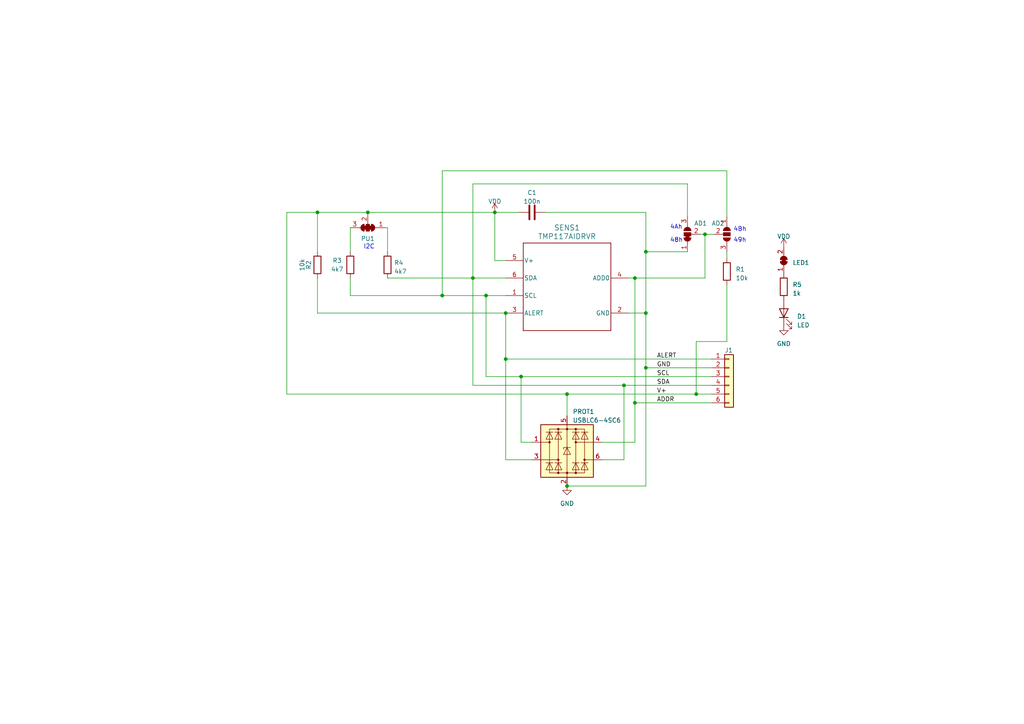
<source format=kicad_sch>
(kicad_sch (version 20230121) (generator eeschema)
  (paper "A4")
  (title_block (title "TMP117 Custom Board") (date "2023-07-09") (rev "1.0") (company "RTEK1000"))
  (lib_symbols
    (symbol "Connector_Generic:Conn_01x06" (pin_names (offset 1.016) hide)
      (property "Reference" "J" (at 0 7.62 0))
      (property "Value" "Conn_01x06" (at 0 -10.16 0))
      (symbol "Conn_01x06_1_1"
        (rectangle (start -1.27 -7.493) (end 0 -7.747) (stroke (width 0.1524)))
        (rectangle (start -1.27 -4.953) (end 0 -5.207) (stroke (width 0.1524)))
        (rectangle (start -1.27 -2.413) (end 0 -2.667) (stroke (width 0.1524)))
        (rectangle (start -1.27 0.127) (end 0 -0.127) (stroke (width 0.1524)))
        (rectangle (start -1.27 2.667) (end 0 2.413) (stroke (width 0.1524)))
        (rectangle (start -1.27 5.207) (end 0 4.953) (stroke (width 0.1524)))
        (rectangle (start -1.27 6.35) (end 1.27 -8.89) (stroke (width 0.254)) (fill (type background)))
        (pin passive line (at -5.08 5.08 0) (length 3.81) (name "Pin_1") (number "1"))
        (pin passive line (at -5.08 2.54 0) (length 3.81) (name "Pin_2") (number "2"))
        (pin passive line (at -5.08 0 0) (length 3.81) (name "Pin_3") (number "3"))
        (pin passive line (at -5.08 -2.54 0) (length 3.81) (name "Pin_4") (number "4"))
        (pin passive line (at -5.08 -5.08 0) (length 3.81) (name "Pin_5") (number "5"))
        (pin passive line (at -5.08 -7.62 0) (length 3.81) (name "Pin_6") (number "6"))
      )
    )
    (symbol "Device:C" (pin_numbers hide) (pin_names (offset 0.254))
      (property "Reference" "C" (at 0.635 2.54 0))
      (property "Value" "C" (at 0.635 -2.54 0))
      (symbol "C_0_1"
        (polyline (pts (xy -2.032 -0.762) (xy 2.032 -0.762)) (stroke (width 0.508)))
        (polyline (pts (xy -2.032 0.762) (xy 2.032 0.762)) (stroke (width 0.508)))
      )
      (symbol "C_1_1"
        (pin passive line (at 0 3.81 270) (length 2.794) (name "~") (number "1"))
        (pin passive line (at 0 -3.81 90) (length 2.794) (name "~") (number "2"))
      )
    )
    (symbol "Device:LED" (pin_numbers hide) (pin_names (offset 1.016) hide)
      (property "Reference" "D" (at 0 2.54 0))
      (property "Value" "LED" (at 0 -2.54 0))
      (symbol "LED_0_1"
        (polyline (pts (xy -1.27 -1.27) (xy -1.27 1.27)) (stroke (width 0.254)))
        (polyline (pts (xy -1.27 0) (xy 1.27 0)))
        (polyline (pts (xy 1.27 -1.27) (xy 1.27 1.27) (xy -1.27 0) (xy 1.27 -1.27)) (stroke (width 0.254)))
        (polyline (pts (xy -3.048 -0.762) (xy -4.572 -2.286) (xy -3.81 -2.286) (xy -4.572 -2.286) (xy -4.572 -1.524)))
        (polyline (pts (xy -1.778 -0.762) (xy -3.302 -2.286) (xy -2.54 -2.286) (xy -3.302 -2.286) (xy -3.302 -1.524)))
      )
      (symbol "LED_1_1"
        (pin passive line (at -3.81 0 0) (length 2.54) (name "K") (number "1"))
        (pin passive line (at 3.81 0 180) (length 2.54) (name "A") (number "2"))
      )
    )
    (symbol "Device:R" (pin_numbers hide) (pin_names (offset 0))
      (property "Reference" "R" (at 2.032 0 90))
      (property "Value" "R" (at 0 0 90))
      (symbol "R_0_1"
        (rectangle (start -1.016 -2.54) (end 1.016 2.54) (stroke (width 0.254)))
      )
      (symbol "R_1_1"
        (pin passive line (at 0 3.81 270) (length 1.27) (name "~") (number "1"))
        (pin passive line (at 0 -3.81 90) (length 1.27) (name "~") (number "2"))
      )
    )
    (symbol "Jumper:SolderJumper_2_Bridged" (pin_names (offset 0) hide)
      (property "Reference" "JP" (at 0 2.032 0))
      (property "Value" "SolderJumper_2_Bridged" (at 0 -2.54 0))
      (symbol "SolderJumper_2_Bridged_0_1"
        (rectangle (start -0.508 0.508) (end 0.508 -0.508) (fill (type outline)))
        (arc (start -0.254 1.016) (mid -1.2656 0) (end -0.254 -1.016))
        (arc (start -0.254 1.016) (mid -1.2656 0) (end -0.254 -1.016) (fill (type outline)))
        (polyline (pts (xy -0.254 1.016) (xy -0.254 -1.016)))
        (polyline (pts (xy 0.254 1.016) (xy 0.254 -1.016)))
        (arc (start 0.254 -1.016) (mid 1.2656 0) (end 0.254 1.016))
        (arc (start 0.254 -1.016) (mid 1.2656 0) (end 0.254 1.016) (fill (type outline)))
      )
      (symbol "SolderJumper_2_Bridged_1_1"
        (pin passive line (at -3.81 0 0) (length 2.54) (name "A") (number "1"))
        (pin passive line (at 3.81 0 180) (length 2.54) (name "B") (number "2"))
      )
    )
    (symbol "Jumper:SolderJumper_3_Bridged12" (pin_names (offset 0) hide)
      (property "Reference" "JP" (at -2.54 -2.54 0))
      (property "Value" "SolderJumper_3_Bridged12" (at 0 2.794 0))
      (symbol "SolderJumper_3_Bridged12_0_1"
        (rectangle (start -1.016 0.508) (end -0.508 -0.508) (fill (type outline)))
        (arc (start -1.016 1.016) (mid -2.0276 0) (end -1.016 -1.016))
        (arc (start -1.016 1.016) (mid -2.0276 0) (end -1.016 -1.016) (fill (type outline)))
        (rectangle (start -0.508 1.016) (end 0.508 -1.016) (fill (type outline)))
        (polyline (pts (xy -2.54 0) (xy -2.032 0)))
        (polyline (pts (xy -1.016 1.016) (xy -1.016 -1.016)))
        (polyline (pts (xy 0 -1.27) (xy 0 -1.016)))
        (polyline (pts (xy 1.016 1.016) (xy 1.016 -1.016)))
        (polyline (pts (xy 2.54 0) (xy 2.032 0)))
        (arc (start 1.016 -1.016) (mid 2.0276 0) (end 1.016 1.016))
        (arc (start 1.016 -1.016) (mid 2.0276 0) (end 1.016 1.016) (fill (type outline)))
      )
      (symbol "SolderJumper_3_Bridged12_1_1"
        (pin passive line (at -5.08 0 0) (length 2.54) (name "A") (number "1"))
        (pin passive line (at 0 -3.81 90) (length 2.54) (name "C") (number "2"))
        (pin passive line (at 5.08 0 180) (length 2.54) (name "B") (number "3"))
      )
    )
    (symbol "Jumper:SolderJumper_3_Bridged123" (pin_names (offset 0) hide)
      (property "Reference" "JP" (at -2.54 -2.54 0))
      (property "Value" "SolderJumper_3_Bridged123" (at 0 2.794 0))
      (symbol "SolderJumper_3_Bridged123_0_1"
        (rectangle (start -1.016 0.508) (end -0.508 -0.508) (fill (type outline)))
        (arc (start -1.016 1.016) (mid -2.0276 0) (end -1.016 -1.016))
        (arc (start -1.016 1.016) (mid -2.0276 0) (end -1.016 -1.016) (fill (type outline)))
        (rectangle (start -0.508 1.016) (end 0.508 -1.016) (fill (type outline)))
        (polyline (pts (xy -2.54 0) (xy -2.032 0)))
        (polyline (pts (xy -1.016 1.016) (xy -1.016 -1.016)))
        (polyline (pts (xy 0 -1.27) (xy 0 -1.016)))
        (polyline (pts (xy 1.016 1.016) (xy 1.016 -1.016)))
        (polyline (pts (xy 2.54 0) (xy 2.032 0)))
        (rectangle (start 0.508 0.508) (end 1.016 -0.508) (fill (type outline)))
        (arc (start 1.016 -1.016) (mid 2.0276 0) (end 1.016 1.016))
        (arc (start 1.016 -1.016) (mid 2.0276 0) (end 1.016 1.016) (fill (type outline)))
      )
      (symbol "SolderJumper_3_Bridged123_1_1"
        (pin passive line (at -5.08 0 0) (length 2.54) (name "A") (number "1"))
        (pin passive line (at 0 -3.81 90) (length 2.54) (name "C") (number "2"))
        (pin passive line (at 5.08 0 180) (length 2.54) (name "B") (number "3"))
      )
    )
    (symbol "Jumper:SolderJumper_3_Open" (pin_names (offset 0) hide)
      (property "Reference" "JP" (at -2.54 -2.54 0))
      (property "Value" "SolderJumper_3_Open" (at 0 2.794 0))
      (symbol "SolderJumper_3_Open_0_1"
        (arc (start -1.016 1.016) (mid -2.0276 0) (end -1.016 -1.016))
        (arc (start -1.016 1.016) (mid -2.0276 0) (end -1.016 -1.016) (fill (type outline)))
        (rectangle (start -0.508 1.016) (end 0.508 -1.016) (fill (type outline)))
        (polyline (pts (xy -2.54 0) (xy -2.032 0)))
        (polyline (pts (xy -1.016 1.016) (xy -1.016 -1.016)))
        (polyline (pts (xy 0 -1.27) (xy 0 -1.016)))
        (polyline (pts (xy 1.016 1.016) (xy 1.016 -1.016)))
        (polyline (pts (xy 2.54 0) (xy 2.032 0)))
        (arc (start 1.016 -1.016) (mid 2.0276 0) (end 1.016 1.016))
        (arc (start 1.016 -1.016) (mid 2.0276 0) (end 1.016 1.016) (fill (type outline)))
      )
      (symbol "SolderJumper_3_Open_1_1"
        (pin passive line (at -5.08 0 0) (length 2.54) (name "A") (number "1"))
        (pin passive line (at 0 -3.81 90) (length 2.54) (name "C") (number "2"))
        (pin passive line (at 5.08 0 180) (length 2.54) (name "B") (number "3"))
      )
    )
    (symbol "Power_Protection:USBLC6-4SC6" (pin_names hide)
      (property "Reference" "U" (at 2.54 8.89 0))
      (property "Value" "USBLC6-4SC6" (at 2.54 -8.89 0))
      (symbol "USBLC6-4SC6_0_1"
        (rectangle (start -7.62 -7.62) (end 7.62 7.62) (stroke (width 0.254)) (fill (type background)))
        (circle (center -5.08 2.54) (radius 0.254) (fill (type outline)))
        (circle (center -2.54 -6.35) (radius 0.254) (fill (type outline)))
        (circle (center -2.54 -2.54) (radius 0.254) (fill (type outline)))
        (circle (center -2.54 6.35) (radius 0.254) (fill (type outline)))
        (rectangle (start -2.54 6.35) (end 2.54 -6.35))
        (circle (center 0 -6.35) (radius 0.254) (fill (type outline)))
        (polyline (pts (xy -5.08 2.54) (xy -7.62 2.54)))
        (polyline (pts (xy -4.064 -3.429) (xy -6.096 -3.429)))
        (polyline (pts (xy -4.064 5.461) (xy -6.096 5.461)))
        (polyline (pts (xy -2.54 -2.54) (xy -7.62 -2.54)))
        (polyline (pts (xy -1.524 -3.429) (xy -3.556 -3.429)))
        (polyline (pts (xy -1.524 5.461) (xy -3.556 5.461)))
        (polyline (pts (xy 0 -7.62) (xy 0 -6.35)))
        (polyline (pts (xy 0 -6.35) (xy 0 1.27)))
        (polyline (pts (xy 0 1.27) (xy 0 6.35)))
        (polyline (pts (xy 0 6.35) (xy 0 7.62)))
        (polyline (pts (xy 1.524 -3.429) (xy 3.556 -3.429)))
        (polyline (pts (xy 1.524 5.461) (xy 3.556 5.461)))
        (polyline (pts (xy 2.54 2.54) (xy 7.62 2.54)))
        (polyline (pts (xy 4.064 -3.429) (xy 6.096 -3.429)))
        (polyline (pts (xy 4.064 5.461) (xy 6.096 5.461)))
        (polyline (pts (xy 5.08 -2.54) (xy 7.62 -2.54)))
        (polyline (pts (xy -6.096 -5.461) (xy -4.064 -5.461) (xy -5.08 -3.429) (xy -6.096 -5.461)))
        (polyline (pts (xy -6.096 3.429) (xy -4.064 3.429) (xy -5.08 5.461) (xy -6.096 3.429)))
        (polyline (pts (xy -3.556 -5.461) (xy -1.524 -5.461) (xy -2.54 -3.429) (xy -3.556 -5.461)))
        (polyline (pts (xy -3.556 3.429) (xy -1.524 3.429) (xy -2.54 5.461) (xy -3.556 3.429)))
        (polyline (pts (xy -2.54 6.35) (xy -5.08 6.35) (xy -5.08 -6.35) (xy -2.54 -6.35)))
        (polyline (pts (xy -1.016 -1.016) (xy 1.016 -1.016) (xy 0 1.016) (xy -1.016 -1.016)))
        (polyline (pts (xy 1.016 1.016) (xy 0.762 1.016) (xy -1.016 1.016) (xy -1.016 0.508)))
        (polyline (pts (xy 2.54 6.35) (xy 5.08 6.35) (xy 5.08 -6.35) (xy 2.54 -6.35)))
        (polyline (pts (xy 3.556 -5.461) (xy 1.524 -5.461) (xy 2.54 -3.429) (xy 3.556 -5.461)))
        (polyline (pts (xy 3.556 3.429) (xy 1.524 3.429) (xy 2.54 5.461) (xy 3.556 3.429)))
        (polyline (pts (xy 6.096 -5.461) (xy 4.064 -5.461) (xy 5.08 -3.429) (xy 6.096 -5.461)))
        (polyline (pts (xy 6.096 3.429) (xy 4.064 3.429) (xy 5.08 5.461) (xy 6.096 3.429)))
        (circle (center 0 6.35) (radius 0.254) (fill (type outline)))
        (circle (center 2.54 -6.35) (radius 0.254) (fill (type outline)))
        (circle (center 2.54 2.54) (radius 0.254) (fill (type outline)))
        (circle (center 2.54 6.35) (radius 0.254) (fill (type outline)))
        (circle (center 5.08 -2.54) (radius 0.254) (fill (type outline)))
      )
      (symbol "USBLC6-4SC6_1_1"
        (pin passive line (at -10.16 2.54 0) (length 2.54) (name "I/O1") (number "1"))
        (pin passive line (at 0 -10.16 90) (length 2.54) (name "GND") (number "2"))
        (pin passive line (at -10.16 -2.54 0) (length 2.54) (name "I/O2") (number "3"))
        (pin passive line (at 10.16 2.54 180) (length 2.54) (name "I/O3") (number "4"))
        (pin passive line (at 0 10.16 270) (length 2.54) (name "VBUS") (number "5"))
        (pin passive line (at 10.16 -2.54 180) (length 2.54) (name "I/O4") (number "6"))
      )
    )
    (symbol "TMP117:TMP117AIDRVR" (pin_names (offset 0.254))
      (property "Reference" "U" (at 0 2.54 0))
      (property "Value" "TMP117AIDRVR" (at 0 0 0))
      (symbol "TMP117AIDRVR_0_1"
        (polyline (pts (xy -12.7 -12.7) (xy 12.7 -12.7)) (stroke (width 0.2032)))
        (polyline (pts (xy -12.7 12.7) (xy -12.7 -12.7)) (stroke (width 0.2032)))
        (polyline (pts (xy 12.7 -12.7) (xy 12.7 12.7)) (stroke (width 0.2032)))
        (polyline (pts (xy 12.7 12.7) (xy -12.7 12.7)) (stroke (width 0.2032)))
        (pin open_collector line (at -17.78 -2.54 0) (length 5.08) (name "SCL") (number "1"))
        (pin power_in line (at 17.78 -7.62 180) (length 5.08) (name "GND") (number "2"))
        (pin open_collector line (at -17.78 -7.62 0) (length 5.08) (name "ALERT") (number "3"))
        (pin input line (at 17.78 2.54 180) (length 5.08) (name "ADD0") (number "4"))
        (pin power_in line (at -17.78 7.62 0) (length 5.08) (name "V+") (number "5"))
        (pin bidirectional line (at -17.78 2.54 0) (length 5.08) (name "SDA") (number "6"))
      )
    )
    (symbol "power:GND" (power) (pin_names (offset 0))
      (property "Value" "GND" (at 0 -3.81 0))
      (symbol "GND_0_1"
        (polyline (pts (xy 0 0) (xy 0 -1.27) (xy 1.27 -1.27) (xy 0 -2.54) (xy -1.27 -1.27) (xy 0 -1.27)))
      )
      (symbol "GND_1_1"
        (pin power_in line (at 0 0 270) (length 0) hide (name "GND") (number "1"))
      )
    )
    (symbol "power:VDD" (power) (pin_names (offset 0))
      (property "Value" "VDD" (at 0 3.81 0))
      (symbol "VDD_0_1"
        (polyline (pts (xy -0.762 1.27) (xy 0 2.54)))
        (polyline (pts (xy 0 0) (xy 0 2.54)))
        (polyline (pts (xy 0 2.54) (xy 0.762 1.27)))
      )
      (symbol "VDD_1_1"
        (pin power_in line (at 0 0 90) (length 0) hide (name "VDD") (number "1"))
      )
    )
  )
  (junction (at 164.465 140.97))
  (junction (at 128.27 85.725))
  (junction (at 187.325 73.025))
  (junction (at 143.51 61.595))
  (junction (at 146.685 90.805))
  (junction (at 151.13 109.22))
  (junction (at 146.685 104.14))
  (junction (at 106.68 61.595))
  (junction (at 92.075 61.595))
  (junction (at 184.15 116.84))
  (junction (at 140.97 85.725))
  (junction (at 204.47 67.945))
  (junction (at 137.16 80.645))
  (junction (at 184.15 80.645))
  (junction (at 187.325 90.805))
  (junction (at 187.325 106.68))
  (junction (at 164.465 114.3))
  (junction (at 180.975 111.76))
  (junction (at 201.93 114.3))
  (wire (pts (xy 128.27 49.53) (xy 128.27 85.725)))
  (wire (pts (xy 187.325 106.68) (xy 187.325 140.97)))
  (wire (pts (xy 83.185 61.595) (xy 83.185 114.3)))
  (wire (pts (xy 128.27 85.725) (xy 140.97 85.725)))
  (wire (pts (xy 210.82 49.53) (xy 128.27 49.53)))
  (wire (pts (xy 106.68 62.23) (xy 106.68 61.595)))
  (wire (pts (xy 204.47 67.945) (xy 204.47 80.645)))
  (wire (pts (xy 184.15 80.645) (xy 184.15 116.84)))
  (wire (pts (xy 146.685 104.14) (xy 206.375 104.14)))
  (wire (pts (xy 158.115 61.595) (xy 187.325 61.595)))
  (wire (pts (xy 184.15 116.84) (xy 184.15 128.27)))
  (wire (pts (xy 92.075 90.805) (xy 146.685 90.805)))
  (wire (pts (xy 210.82 82.55) (xy 210.82 99.06)))
  (wire (pts (xy 210.82 99.06) (xy 201.93 99.06)))
  (wire (pts (xy 164.465 114.3) (xy 164.465 120.65)))
  (wire (pts (xy 83.185 114.3) (xy 164.465 114.3)))
  (wire (pts (xy 187.325 90.805) (xy 187.325 106.68)))
  (wire (pts (xy 151.13 109.22) (xy 206.375 109.22)))
  (wire (pts (xy 146.685 85.725) (xy 140.97 85.725)))
  (wire (pts (xy 137.16 80.645) (xy 137.16 111.76)))
  (wire (pts (xy 206.375 114.3) (xy 201.93 114.3)))
  (wire (pts (xy 187.325 61.595) (xy 187.325 73.025)))
  (wire (pts (xy 180.975 111.76) (xy 180.975 133.35)))
  (wire (pts (xy 92.075 80.645) (xy 92.075 90.805)))
  (wire (pts (xy 137.16 53.34) (xy 137.16 80.645)))
  (wire (pts (xy 146.685 90.805) (xy 146.685 104.14)))
  (wire (pts (xy 146.685 133.35) (xy 154.305 133.35)))
  (wire (pts (xy 101.6 66.04) (xy 101.6 73.025)))
  (wire (pts (xy 187.325 106.68) (xy 206.375 106.68)))
  (wire (pts (xy 112.395 80.645) (xy 137.16 80.645)))
  (wire (pts (xy 180.975 111.76) (xy 206.375 111.76)))
  (wire (pts (xy 92.075 61.595) (xy 92.075 73.025)))
  (wire (pts (xy 83.185 61.595) (xy 92.075 61.595)))
  (wire (pts (xy 112.395 66.04) (xy 112.395 73.025)))
  (wire (pts (xy 111.76 66.04) (xy 112.395 66.04)))
  (wire (pts (xy 143.51 61.595) (xy 143.51 75.565)))
  (wire (pts (xy 174.625 133.35) (xy 180.975 133.35)))
  (wire (pts (xy 150.495 61.595) (xy 143.51 61.595)))
  (wire (pts (xy 137.16 111.76) (xy 180.975 111.76)))
  (wire (pts (xy 101.6 85.725) (xy 128.27 85.725)))
  (wire (pts (xy 106.68 61.595) (xy 143.51 61.595)))
  (wire (pts (xy 201.93 114.3) (xy 164.465 114.3)))
  (wire (pts (xy 174.625 128.27) (xy 184.15 128.27)))
  (wire (pts (xy 184.15 116.84) (xy 206.375 116.84)))
  (wire (pts (xy 140.97 109.22) (xy 151.13 109.22)))
  (wire (pts (xy 187.325 90.805) (xy 182.245 90.805)))
  (wire (pts (xy 182.245 80.645) (xy 184.15 80.645)))
  (wire (pts (xy 92.075 61.595) (xy 106.68 61.595)))
  (wire (pts (xy 210.82 62.865) (xy 210.82 49.53)))
  (wire (pts (xy 154.305 128.27) (xy 151.13 128.27)))
  (wire (pts (xy 151.13 109.22) (xy 151.13 128.27)))
  (wire (pts (xy 164.465 140.97) (xy 187.325 140.97)))
  (wire (pts (xy 210.82 73.025) (xy 210.82 74.93)))
  (wire (pts (xy 201.93 99.06) (xy 201.93 114.3)))
  (wire (pts (xy 187.325 73.025) (xy 187.325 90.805)))
  (wire (pts (xy 199.39 62.865) (xy 199.39 53.34)))
  (wire (pts (xy 187.325 73.025) (xy 199.39 73.025)))
  (wire (pts (xy 101.6 80.645) (xy 101.6 85.725)))
  (wire (pts (xy 146.685 104.14) (xy 146.685 133.35)))
  (wire (pts (xy 146.685 80.645) (xy 137.16 80.645)))
  (wire (pts (xy 143.51 75.565) (xy 146.685 75.565)))
  (wire (pts (xy 204.47 80.645) (xy 184.15 80.645)))
  (wire (pts (xy 140.97 85.725) (xy 140.97 109.22)))
  (wire (pts (xy 199.39 53.34) (xy 137.16 53.34)))
  (wire (pts (xy 203.2 67.945) (xy 204.47 67.945)))
  (wire (pts (xy 204.47 67.945) (xy 207.01 67.945)))
  (text "I2C" (at 105.41 72.39 0) (effects (font (size 1.27 1.27)) (justify left bottom)))
  (text "48h" (at 194.31 70.485 0) (effects (font (size 1.27 1.27)) (justify left bottom)))
  (text "4Bh" (at 212.725 67.31 0) (effects (font (size 1.27 1.27)) (justify left bottom)))
  (text "4Ah" (at 194.31 66.675 0) (effects (font (size 1.27 1.27)) (justify left bottom)))
  (text "49h" (at 212.725 70.485 0) (effects (font (size 1.27 1.27)) (justify left bottom)))
  (label "SDA" (at 190.5 111.76 0))
  (label "GND" (at 190.5 106.68 0))
  (label "ALERT" (at 190.5 104.14 0))
  (label "V+" (at 190.5 114.3 0))
  (label "ADDR" (at 190.5 116.84 0))
  (label "SCL" (at 190.5 109.22 0))
  (symbol (lib_id "Device:LED") (at 227.33 90.805 90) (unit 1)
    (property "Reference" "D1" (at 231.14 91.7575 90) (effects (justify right)))
    (property "Value" "LED" (at 231.14 94.2975 90) (effects (justify right)))
    (property "Footprint" "LED_SMD:LED_0603_1608Metric_Pad1.05x0.95mm_HandSolder" (effects hide))
    (property "LCSC Part" "C2837379" (effects hide))
  )
  (symbol (lib_id "Power_Protection:USBLC6-4SC6") (at 164.465 130.81 0) (unit 1)
    (property "Reference" "PROT1" (at 166.1161 119.38 0) (effects (justify left)))
    (property "Value" "USBLC6-4SC6" (at 166.1161 121.92 0) (effects (justify left)))
    (property "Footprint" "Package_TO_SOT_SMD:SOT-23-6" (effects hide))
    (property "Datasheet" "https://www.st.com/resource/en/datasheet/usblc6-4.pdf" (effects hide))
    (property "LCSC Part" "C111212" (effects hide))
  )
  (symbol (lib_id "Device:R") (at 92.075 76.835 0) (unit 1)
    (property "Reference" "R2" (at 89.535 76.835 90))
    (property "Value" "10k" (at 87.63 76.835 90))
    (property "Footprint" "Resistor_SMD:R_0603_1608Metric_Pad0.98x0.95mm_HandSolder" (effects hide))
    (property "LCSC Part" "C116677" (effects hide))
  )
  (symbol (lib_id "Device:R") (at 210.82 78.74 0) (unit 1)
    (property "Reference" "R1" (at 213.36 78.105 0) (effects (justify left)))
    (property "Value" "10k" (at 213.36 80.645 0) (effects (justify left)))
    (property "Footprint" "Resistor_SMD:R_0603_1608Metric_Pad0.98x0.95mm_HandSolder" (effects hide))
    (property "LCSC Part" "C116677" (effects hide))
  )
  (symbol (lib_id "power:VDD") (at 143.51 61.595 0) (unit 1)
    (property "Reference" "#PWR03" (effects hide))
    (property "Value" "VDD" (at 143.51 58.42 0))
  )
  (symbol (lib_id "TMP117:TMP117AIDRVR") (at 164.465 83.185 0) (unit 1)
    (property "Reference" "SENS1" (at 164.465 66.04 0) (effects (font (size 1.524 1.524))))
    (property "Value" "TMP117AIDRVR" (at 164.465 68.58 0) (effects (font (size 1.524 1.524))))
    (property "Footprint" "TMP117:DRV0006B2" (effects hide))
    (property "Datasheet" "TMP117AIDRVR" (effects hide))
    (property "LCSC Part" "C699536" (effects hide))
  )
  (symbol (lib_id "Device:R") (at 101.6 76.835 0) (unit 1)
    (property "Reference" "R3" (at 97.79 75.565 0))
    (property "Value" "4k7" (at 97.79 78.105 0))
    (property "Footprint" "Resistor_SMD:R_0603_1608Metric_Pad0.98x0.95mm_HandSolder" (effects hide))
    (property "LCSC Part" "C3016318" (effects hide))
  )
  (symbol (lib_id "power:VDD") (at 227.33 71.755 0) (unit 1)
    (property "Reference" "#PWR04" (effects hide))
    (property "Value" "VDD" (at 227.33 68.58 0))
  )
  (symbol (lib_id "Device:C") (at 154.305 61.595 90) (unit 1)
    (property "Reference" "C1" (at 154.305 55.88 90))
    (property "Value" "100n" (at 154.305 58.42 90))
    (property "Footprint" "ESP32:C_0402_1005Metric_Pad0.74x0.62mm_HandSolder" (effects hide))
    (property "LCSC Part" "C387941" (effects hide))
  )
  (symbol (lib_id "Jumper:SolderJumper_3_Open") (at 210.82 67.945 270) (unit 1) (in_bom no)
    (property "Reference" "AD2" (at 206.375 64.77 90) (effects (justify left)))
    (property "Value" "SolderJumper_3_Open" (effects hide))
    (property "Footprint" "Jumper:SolderJumper-3_P1.3mm_Open_RoundedPad1.0x1.5mm" (effects hide))
  )
  (symbol (lib_id "Jumper:SolderJumper_3_Bridged123") (at 106.68 66.04 180) (unit 1) (in_bom no)
    (property "Reference" "PU1" (at 106.68 69.215 0))
    (property "Value" "SolderJumper_3_Bridged123" (effects hide))
    (property "Footprint" "ESP32:SolderJumper-3_P1.3mm_Bridged123_RoundedPad1.0x1.5mm" (effects hide))
  )
  (symbol (lib_id "Device:R") (at 227.33 83.185 0) (unit 1)
    (property "Reference" "R5" (at 229.87 82.55 0) (effects (justify left)))
    (property "Value" "1k" (at 229.87 85.09 0) (effects (justify left)))
    (property "Footprint" "Resistor_SMD:R_0603_1608Metric_Pad0.98x0.95mm_HandSolder" (effects hide))
    (property "LCSC Part" "C3016283" (effects hide))
  )
  (symbol (lib_id "Jumper:SolderJumper_2_Bridged") (at 227.33 75.565 90) (unit 1) (in_bom no)
    (property "Reference" "LED1" (at 229.87 76.2 90) (effects (justify right)))
    (property "Value" "SolderJumper_2_Bridged" (effects hide))
    (property "Footprint" "Jumper:SolderJumper-2_P1.3mm_Bridged_RoundedPad1.0x1.5mm" (effects hide))
  )
  (symbol (lib_id "power:GND") (at 227.33 94.615 0) (unit 1)
    (property "Reference" "#PWR02" (effects hide))
    (property "Value" "GND" (at 227.33 99.695 0))
  )
  (symbol (lib_id "Connector_Generic:Conn_01x06") (at 211.455 109.22 0) (unit 1) (in_bom no)
    (property "Reference" "J1" (at 210.185 101.6 0) (effects (justify left)))
    (property "Value" "Conn_01x06" (effects hide))
    (property "Footprint" "Connector_PinHeader_2.54mm:PinHeader_1x06_P2.54mm_Vertical" (effects hide))
  )
  (symbol (lib_id "power:GND") (at 164.465 140.97 0) (unit 1)
    (property "Reference" "#PWR01" (effects hide))
    (property "Value" "GND" (at 164.465 146.05 0))
  )
  (symbol (lib_id "Jumper:SolderJumper_3_Bridged12") (at 199.39 67.945 90) (unit 1) (in_bom no)
    (property "Reference" "AD1" (at 205.105 64.77 90) (effects (justify left)))
    (property "Value" "SolderJumper_3_Bridged12" (effects hide))
    (property "Footprint" "Jumper:SolderJumper-3_P1.3mm_Bridged12_RoundedPad1.0x1.5mm" (effects hide))
  )
  (symbol (lib_id "Device:R") (at 112.395 76.835 0) (unit 1)
    (property "Reference" "R4" (at 114.3 76.2 0) (effects (justify left)))
    (property "Value" "4k7" (at 114.3 78.74 0) (effects (justify left)))
    (property "Footprint" "Resistor_SMD:R_0603_1608Metric_Pad0.98x0.95mm_HandSolder" (effects hide))
    (property "LCSC Part" "C3016318" (effects hide))
  )
)
</source>
